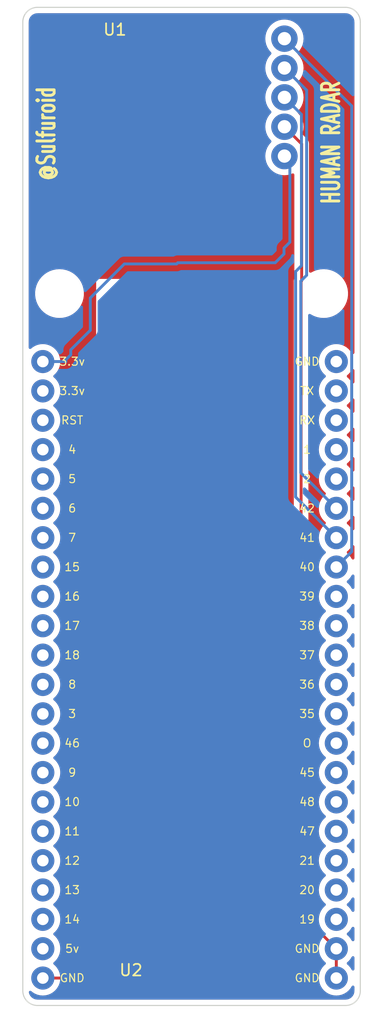
<source format=kicad_pcb>
(kicad_pcb (version 20211014) (generator pcbnew)
  (layers (0 "F.Cu" signal) (31 "B.Cu" signal) (34 "B.Paste" user) (35 "F.Paste" user) (36 "B.SilkS" user "B.Silkscreen") (37 "F.SilkS" user "F.Silkscreen") (38 "B.Mask" user) (39 "F.Mask" user) (44 "Edge.Cuts" user))
  (net 0 "")
  (net 38 "/OT2")
  (net 39 "/GPIO42")
  (net 40 "/GPIO41")
  (net 41 "GND")
  (net 42 "+3.3V")
  (footprint "rd-03:AI-S3" (layer "F.Cu") (at 102.0736 132.8369)
    (fp_text reference "U2" (at 8.89 -2.54 unlocked) (layer "F.SilkS"))
    (fp_text value "AI-S3")
    (fp_text user "37" (at 24.13 -29.8 unlocked) (layer "F.SilkS") (effects (font (size 0.7 0.7) (thickness 0.1))))
    (fp_text user "40" (at 24.13 -37.42 unlocked) (layer "F.SilkS") (effects (font (size 0.7 0.7) (thickness 0.1))))
    (fp_text user "42" (at 24.13 -42.5 unlocked) (layer "F.SilkS") (effects (font (size 0.7 0.7) (thickness 0.1))))
    (fp_text user "3" (at 3.8 -24.72 unlocked) (layer "F.SilkS") (effects (font (size 0.7 0.7) (thickness 0.1))))
    (fp_text user "36" (at 24.13 -27.26 unlocked) (layer "F.SilkS") (effects (font (size 0.7 0.7) (thickness 0.1))))
    (fp_text user "GND" (at 24.13 -4.4 unlocked) (layer "F.SilkS") (effects (font (size 0.7 0.7) (thickness 0.1))))
    (fp_text user "35" (at 24.13 -24.72 unlocked) (layer "F.SilkS") (effects (font (size 0.7 0.7) (thickness 0.1))))
    (fp_text user "5" (at 3.8 -45.04 unlocked) (layer "F.SilkS") (effects (font (size 0.7 0.7) (thickness 0.1))))
    (fp_text user "2" (at 24.13 -45.04 unlocked) (layer "F.SilkS") (effects (font (size 0.7 0.7) (thickness 0.1))))
    (fp_text user "8" (at 3.8 -27.26 unlocked) (layer "F.SilkS") (effects (font (size 0.7 0.7) (thickness 0.1))))
    (fp_text user "46" (at 3.8 -22.18 unlocked) (layer "F.SilkS") (effects (font (size 0.7 0.7) (thickness 0.1))))
    (fp_text user "41" (at 24.13 -39.96 unlocked) (layer "F.SilkS") (effects (font (size 0.7 0.7) (thickness 0.1))))
    (fp_text user "18" (at 3.8 -29.8 unlocked) (layer "F.SilkS") (effects (font (size 0.7 0.7) (thickness 0.1))))
    (fp_text user "13" (at 3.8 -9.48 unlocked) (layer "F.SilkS") (effects (font (size 0.7 0.7) (thickness 0.1))))
    (fp_text user "RST" (at 3.8 -50.12 unlocked) (layer "F.SilkS") (effects (font (size 0.7 0.7) (thickness 0.1))))
    (fp_text user "47" (at 24.13 -14.56 unlocked) (layer "F.SilkS") (effects (font (size 0.7 0.7) (thickness 0.1))))
    (fp_text user "O" (at 24.13 -22.18 unlocked) (layer "F.SilkS") (effects (font (size 0.7 0.7) (thickness 0.1))))
    (fp_text user "4" (at 3.8 -47.58 unlocked) (layer "F.SilkS") (effects (font (size 0.7 0.7) (thickness 0.1))))
    (fp_text user "TX" (at 24.13 -52.66 unlocked) (layer "F.SilkS") (effects (font (size 0.7 0.7) (thickness 0.1))))
    (fp_text user "12" (at 3.8 -12.02 unlocked) (layer "F.SilkS") (effects (font (size 0.7 0.7) (thickness 0.1))))
    (fp_text user "5v" (at 3.8 -4.4 unlocked) (layer "F.SilkS") (effects (font (size 0.7 0.7) (thickness 0.1))))
    (fp_text user "17" (at 3.8 -32.34 unlocked) (layer "F.SilkS") (effects (font (size 0.7 0.7) (thickness 0.1))))
    (fp_text user "GND" (at 3.8 -1.86 unlocked) (layer "F.SilkS") (effects (font (size 0.7 0.7) (thickness 0.1))))
    (fp_text user "3.3v" (at 3.8 -52.66 unlocked) (layer "F.SilkS") (effects (font (size 0.7 0.7) (thickness 0.1))))
    (fp_text user "11" (at 3.8 -14.56 unlocked) (layer "F.SilkS") (effects (font (size 0.7 0.7) (thickness 0.1))))
    (fp_text user "6" (at 3.8 -42.5 unlocked) (layer "F.SilkS") (effects (font (size 0.7 0.7) (thickness 0.1))))
    (fp_text user "15" (at 3.8 -37.42 unlocked) (layer "F.SilkS") (effects (font (size 0.7 0.7) (thickness 0.1))))
    (fp_text user "14" (at 3.8 -6.94 unlocked) (layer "F.SilkS") (effects (font (size 0.7 0.7) (thickness 0.1))))
    (fp_text user "7" (at 3.8 -39.96 unlocked) (layer "F.SilkS") (effects (font (size 0.7 0.7) (thickness 0.1))))
    (fp_text user "21" (at 24.13 -12.02 unlocked) (layer "F.SilkS") (effects (font (size 0.7 0.7) (thickness 0.1))))
    (fp_text user "10" (at 3.8 -17.1 unlocked) (layer "F.SilkS") (effects (font (size 0.7 0.7) (thickness 0.1))))
    (fp_text user "48" (at 24.13 -17.1 unlocked) (layer "F.SilkS") (effects (font (size 0.7 0.7) (thickness 0.1))))
    (fp_text user "16" (at 3.8 -34.88 unlocked) (layer "F.SilkS") (effects (font (size 0.7 0.7) (thickness 0.1))))
    (fp_text user "GND" (at 24.13 -55.2 unlocked) (layer "F.SilkS") (effects (font (size 0.7 0.7) (thickness 0.1))))
    (fp_text user "RX" (at 24.13 -50.12 unlocked) (layer "F.SilkS") (effects (font (size 0.7 0.7) (thickness 0.1))))
    (fp_text user "20" (at 24.13 -9.48 unlocked) (layer "F.SilkS") (effects (font (size 0.7 0.7) (thickness 0.1))))
    (fp_text user "19" (at 24.13 -6.94 unlocked) (layer "F.SilkS") (effects (font (size 0.7 0.7) (thickness 0.1))))
    (fp_text user "38" (at 24.13 -32.34 unlocked) (layer "F.SilkS") (effects (font (size 0.7 0.7) (thickness 0.1))))
    (fp_text user "45" (at 24.13 -19.64 unlocked) (layer "F.SilkS") (effects (font (size 0.7 0.7) (thickness 0.1))))
    (fp_text user "GND" (at 24.13 -1.86 unlocked) (layer "F.SilkS") (effects (font (size 0.7 0.7) (thickness 0.1))))
    (fp_text user "1" (at 24.13 -47.58 unlocked) (layer "F.SilkS") (effects (font (size 0.7 0.7) (thickness 0.1))))
    (fp_text user "3.3v" (at 3.8 -55.2 unlocked) (layer "F.SilkS") (effects (font (size 0.7 0.7) (thickness 0.1))))
    (fp_text user "39" (at 24.13 -34.88 unlocked) (layer "F.SilkS") (effects (font (size 0.7 0.7) (thickness 0.1))))
    (fp_text user "9" (at 3.8 -19.64 unlocked) (layer "F.SilkS") (effects (font (size 0.7 0.7) (thickness 0.1))))
    (pad "1" thru_hole circle (at 1.258136 -55.2) (size 2 2) (drill 1) (layers *.Cu *.Mask) (net 42 "+3.3V"))
    (pad "2" thru_hole circle (at 1.258136 -52.66) (size 2 2) (drill 1) (layers *.Cu *.Mask))
    (pad "3" thru_hole circle (at 1.258136 -50.12) (size 2 2) (drill 1) (layers *.Cu *.Mask))
    (pad "4" thru_hole circle (at 1.258136 -47.58) (size 2 2) (drill 1) (layers *.Cu *.Mask))
    (pad "5" thru_hole circle (at 1.258136 -45.04) (size 2 2) (drill 1) (layers *.Cu *.Mask))
    (pad "6" thru_hole circle (at 1.258136 -42.5) (size 2 2) (drill 1) (layers *.Cu *.Mask))
    (pad "7" thru_hole circle (at 1.258136 -39.96) (size 2 2) (drill 1) (layers *.Cu *.Mask))
    (pad "8" thru_hole circle (at 1.258136 -37.42) (size 2 2) (drill 1) (layers *.Cu *.Mask))
    (pad "9" thru_hole circle (at 1.258136 -34.88) (size 2 2) (drill 1) (layers *.Cu *.Mask))
    (pad "10" thru_hole circle (at 1.258136 -32.34) (size 2 2) (drill 1) (layers *.Cu *.Mask))
    (pad "11" thru_hole circle (at 1.258136 -29.8) (size 2 2) (drill 1) (layers *.Cu *.Mask))
    (pad "12" thru_hole circle (at 1.258136 -27.26) (size 2 2) (drill 1) (layers *.Cu *.Mask))
    (pad "13" thru_hole circle (at 1.258136 -24.72) (size 2 2) (drill 1) (layers *.Cu *.Mask))
    (pad "14" thru_hole circle (at 1.258136 -22.18) (size 2 2) (drill 1) (layers *.Cu *.Mask))
    (pad "15" thru_hole circle (at 1.258136 -19.64) (size 2 2) (drill 1) (layers *.Cu *.Mask))
    (pad "16" thru_hole circle (at 1.258136 -17.1) (size 2 2) (drill 1) (layers *.Cu *.Mask))
    (pad "17" thru_hole circle (at 1.258136 -14.56) (size 2 2) (drill 1) (layers *.Cu *.Mask))
    (pad "18" thru_hole circle (at 1.258136 -12.02) (size 2 2) (drill 1) (layers *.Cu *.Mask))
    (pad "19" thru_hole circle (at 1.258136 -9.48) (size 2 2) (drill 1) (layers *.Cu *.Mask))
    (pad "20" thru_hole circle (at 1.258136 -6.94) (size 2 2) (drill 1) (layers *.Cu *.Mask))
    (pad "21" thru_hole circle (at 1.258136 -4.4) (size 2 2) (drill 1) (layers *.Cu *.Mask))
    (pad "22" thru_hole circle (at 1.258136 -1.86) (size 2 2) (drill 1) (layers *.Cu *.Mask) (net 41 "GND"))
    (pad "23" thru_hole circle (at 26.66 -1.86) (size 2 2) (drill 1) (layers *.Cu *.Mask) (net 41 "GND"))
    (pad "24" thru_hole circle (at 26.658136 -4.4) (size 2 2) (drill 1) (layers *.Cu *.Mask) (net 41 "GND"))
    (pad "25" thru_hole circle (at 26.658136 -6.94) (size 2 2) (drill 1) (layers *.Cu *.Mask))
    (pad "26" thru_hole circle (at 26.658136 -9.48) (size 2 2) (drill 1) (layers *.Cu *.Mask))
    (pad "27" thru_hole circle (at 26.658136 -12.02) (size 2 2) (drill 1) (layers *.Cu *.Mask))
    (pad "28" thru_hole circle (at 26.658136 -14.56) (size 2 2) (drill 1) (layers *.Cu *.Mask))
    (pad "29" thru_hole circle (at 26.658136 -17.1) (size 2 2) (drill 1) (layers *.Cu *.Mask))
    (pad "30" thru_hole circle (at 26.658136 -19.64) (size 2 2) (drill 1) (layers *.Cu *.Mask))
    (pad "31" thru_hole circle (at 26.658136 -22.18) (size 2 2) (drill 1) (layers *.Cu *.Mask))
    (pad "32" thru_hole circle (at 26.658136 -24.72) (size 2 2) (drill 1) (layers *.Cu *.Mask))
    (pad "33" thru_hole circle (at 26.658136 -27.26) (size 2 2) (drill 1) (layers *.Cu *.Mask))
    (pad "34" thru_hole circle (at 26.658136 -29.8) (size 2 2) (drill 1) (layers *.Cu *.Mask))
    (pad "35" thru_hole circle (at 26.658136 -32.34) (size 2 2) (drill 1) (layers *.Cu *.Mask))
    (pad "36" thru_hole circle (at 26.658136 -34.88) (size 2 2) (drill 1) (layers *.Cu *.Mask))
    (pad "37" thru_hole circle (at 26.658136 -37.42) (size 2 2) (drill 1) (layers *.Cu *.Mask) (net 38 "/OT2"))
    (pad "38" thru_hole circle (at 26.658136 -39.96) (size 2 2) (drill 1) (layers *.Cu *.Mask) (net 40 "/GPIO41"))
    (pad "39" thru_hole circle (at 26.658136 -42.5) (size 2 2) (drill 1) (layers *.Cu *.Mask) (net 39 "/GPIO42"))
    (pad "40" thru_hole circle (at 26.658136 -45.04) (size 2 2) (drill 1) (layers *.Cu *.Mask))
    (pad "41" thru_hole circle (at 26.658136 -47.58) (size 2 2) (drill 1) (layers *.Cu *.Mask))
    (pad "42" thru_hole circle (at 26.658136 -50.12) (size 2 2) (drill 1) (layers *.Cu *.Mask))
    (pad "43" thru_hole circle (at 26.658136 -52.66) (size 2 2) (drill 1) (layers *.Cu *.Mask))
    (pad "44" thru_hole circle (at 26.658136 -55.2) (size 2 2) (drill 1) (layers *.Cu *.Mask))
  )
  (footprint "rd-03:RD-03" (layer "F.Cu") (at 115.57 58.42)
    (fp_text reference "U1" (at -6 -9.5 unlocked) (layer "F.SilkS"))
    (fp_text value "RD-03")
    (pad "1" thru_hole circle locked (at 8.672202 -8.719149) (size 2.286 2.286) (drill 1.15) (layers *.Cu *.Mask) (net 38 "/OT2"))
    (pad "2" thru_hole circle locked (at 8.672202 -6.179149) (size 2.286 2.286) (drill 1.15) (layers *.Cu *.Mask) (net 39 "/GPIO42"))
    (pad "3" thru_hole circle locked (at 8.672202 -3.639149) (size 2.286 2.286) (drill 1.15) (layers *.Cu *.Mask) (net 40 "/GPIO41"))
    (pad "4" thru_hole circle locked (at 8.672202 -1.099149) (size 2.286 2.286) (drill 1.15) (layers *.Cu *.Mask) (net 41 "GND"))
    (pad "5" thru_hole circle locked (at 8.672202 1.440851) (size 2.286 2.286) (drill 1.15) (layers *.Cu *.Mask) (net 42 "+3.3V"))
  )
  (footprint "MountingHole:MountingHole_3.2mm_M3" (layer "F.Cu") (at 127.635 71.755)
    (fp_text reference "H2" hide)
    (fp_text value "MountingHole")
    (pad "" np_thru_hole circle (at 0 0) (size 3.2 3.2) (drill 3.2) (layers *.Cu *.Mask))
  )
  (footprint "MountingHole:MountingHole_3.2mm_M3" (layer "F.Cu") (at 104.775 71.755)
    (fp_text reference "H1" hide)
    (fp_text value "MountingHole")
    (pad "" np_thru_hole circle (at 0 0) (size 3.2 3.2) (drill 3.2) (layers *.Cu *.Mask))
  )
  (gr_arc (start 101.6 48.26) (mid 101.971974 47.361974) (end 102.87 46.99) (layer "Edge.Cuts") (width 0.1))
  (gr_line (start 102.87 133.35) (end 129.54 133.35) (layer "Edge.Cuts") (width 0.1))
  (gr_arc (start 102.87 133.35) (mid 101.971974 132.978026) (end 101.6 132.08) (layer "Edge.Cuts") (width 0.1))
  (gr_line (start 130.81 132.08) (end 130.81 48.26) (layer "Edge.Cuts") (width 0.1))
  (gr_arc (start 130.81 132.08) (mid 130.438026 132.978026) (end 129.54 133.35) (layer "Edge.Cuts") (width 0.1))
  (gr_line (start 129.54 46.99) (end 102.87 46.99) (layer "Edge.Cuts") (width 0.1))
  (gr_line (start 101.6 132.08) (end 101.6 48.26) (layer "Edge.Cuts") (width 0.1))
  (gr_arc (start 129.54 46.99) (mid 130.438026 47.361974) (end 130.81 48.26) (layer "Edge.Cuts") (width 0.1))
  (gr_text "@Sulfuroid" (at 103.632 57.912 90) (layer "F.SilkS") (effects (font (size 1.5 1) (thickness 0.25))))
  (gr_text "HUMAN RADAR" (at 128.27 58.674 90) (layer "F.SilkS") (effects (font (size 1.5 1) (thickness 0.25))))
  (segment (start 130.0661 94.0825) (end 128.7317 95.4169) (width 0.25) (layer "B.Cu") (net 38))
  (segment (start 130.0661 55.5247) (end 130.0661 94.0825) (width 0.25) (layer "B.Cu") (net 38))
  (segment (start 124.2422 49.7008) (end 130.0661 55.5247) (width 0.25) (layer "B.Cu") (net 38))
  (segment (start 124.2422 52.2408) (end 126.165 54.1636) (width 0.25) (layer "B.Cu") (net 39))
  (segment (start 125.6605 70.6736) (end 125.6605 87.2657) (width 0.25) (layer "B.Cu") (net 39))
  (segment (start 125.6605 87.2657) (end 128.7317 90.3369) (width 0.25) (layer "B.Cu") (net 39))
  (segment (start 126.165 70.1691) (end 125.6605 70.6736) (width 0.25) (layer "B.Cu") (net 39))
  (segment (start 126.165 54.1636) (end 126.165 70.1691) (width 0.25) (layer "B.Cu") (net 39))
  (segment (start 124.2422 54.7808) (end 125.7146 56.2532) (width 0.25) (layer "B.Cu") (net 40))
  (segment (start 125.2101 89.3553) (end 128.7317 92.8769) (width 0.25) (layer "B.Cu") (net 40))
  (segment (start 125.7146 69.3457) (end 125.2101 69.8502) (width 0.25) (layer "B.Cu") (net 40))
  (segment (start 125.2101 69.8502) (end 125.2101 89.3553) (width 0.25) (layer "B.Cu") (net 40))
  (segment (start 125.7146 56.2532) (end 125.7146 69.3457) (width 0.25) (layer "B.Cu") (net 40))
  (segment (start 103.3317 130.9769) (end 120.0979 130.9769) (width 0.25) (layer "F.Cu") (net 41))
  (segment (start 128.7317 130.975) (end 128.7317 128.4369) (width 0.25) (layer "F.Cu") (net 41))
  (segment (start 125.6848 70.6995) (end 125.6848 125.39) (width 0.25) (layer "F.Cu") (net 41))
  (segment (start 120.0979 130.9769) (end 125.6848 125.39) (width 0.25) (layer "F.Cu") (net 41))
  (segment (start 124.2422 57.3208) (end 125.7355 58.8141) (width 0.25) (layer "F.Cu") (net 41))
  (segment (start 125.6848 125.39) (end 128.7317 128.4369) (width 0.25) (layer "F.Cu") (net 41))
  (segment (start 125.7355 58.8141) (end 125.7355 70.6488) (width 0.25) (layer "F.Cu") (net 41))
  (segment (start 128.7336 130.9769) (end 128.7317 130.975) (width 0.25) (layer "F.Cu") (net 41))
  (segment (start 125.7355 70.6488) (end 125.6848 70.6995) (width 0.25) (layer "F.Cu") (net 41))
  (segment (start 114.9115 69.1915) (end 115.015 69.088) (width 0.25) (layer "B.Cu") (net 42))
  (segment (start 110.3865 69.1915) (end 114.9115 69.1915) (width 0.25) (layer "B.Cu") (net 42))
  (segment (start 124.206 67.818) (end 124.714 67.31) (width 0.25) (layer "B.Cu") (net 42))
  (segment (start 124.714 60.332649) (end 124.242202 59.860851) (width 0.25) (layer "B.Cu") (net 42))
  (segment (start 115.015 69.088) (end 123.444 69.088) (width 0.25) (layer "B.Cu") (net 42))
  (segment (start 107.442 72.136) (end 110.3865 69.1915) (width 0.25) (layer "B.Cu") (net 42))
  (segment (start 105.3229 77.4773) (end 105.7511 77.0491) (width 0.25) (layer "B.Cu") (net 42))
  (segment (start 107.442 74.93) (end 107.442 72.136) (width 0.25) (layer "B.Cu") (net 42))
  (segment (start 105.7511 76.6209) (end 107.442 74.93) (width 0.25) (layer "B.Cu") (net 42))
  (segment (start 103.3317 77.6369) (end 105.3229 77.6369) (width 0.25) (layer "B.Cu") (net 42))
  (segment (start 123.444 69.088) (end 124.206 68.326) (width 0.25) (layer "B.Cu") (net 42))
  (segment (start 124.206 68.326) (end 124.206 67.818) (width 0.25) (layer "B.Cu") (net 42))
  (segment (start 105.3229 77.6369) (end 105.3229 77.4773) (width 0.25) (layer "B.Cu") (net 42))
  (segment (start 124.714 67.31) (end 124.714 60.332649) (width 0.25) (layer "B.Cu") (net 42))
  (segment (start 105.7511 77.0491) (end 105.7511 76.6209) (width 0.25) (layer "B.Cu") (net 42))
  (zone (net 0) (net_name "") (layers F&B.Cu) (connect_pads (clearance 0.508)) (min_thickness 0.254) (fill yes (thermal_gap 0.508) (thermal_bridge_width 0.508))
    (polygon (pts (xy 131.445 134.62) (xy 100.965 134.62) (xy 100.965 46.355) (xy 131.445 46.355)))
  )
  (zone (net 0) (net_name "") (layers "F.Cu" "Edge.Cuts") (connect_pads (clearance 0)) (min_thickness 0.254)
    (keepout (tracks not_allowed) (vias not_allowed) (pads not_allowed) (copperpour not_allowed) (footprints allowed))
    (fill (thermal_gap 0.508) (thermal_bridge_width 0.508))
    (polygon (pts (xy 123.825 76.2) (xy 107.95 76.2) (xy 107.95 70.485) (xy 123.825 70.485)))
  )
)
</source>
